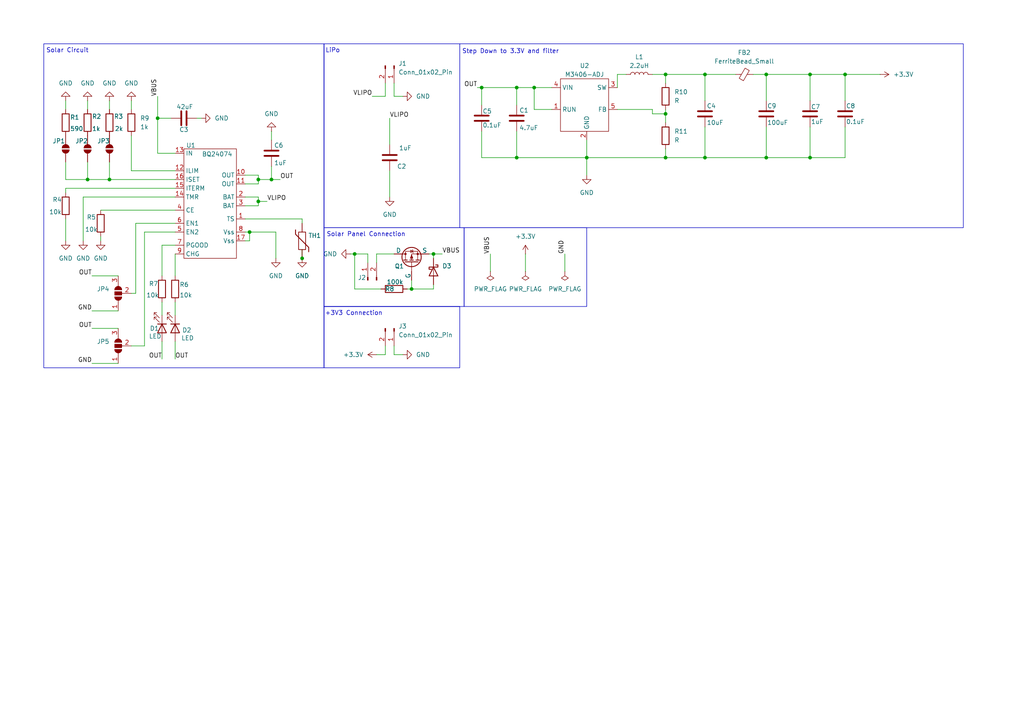
<source format=kicad_sch>
(kicad_sch (version 20231120) (generator "eeschema") (generator_version "8.0")
  (paper "A4")
  (lib_symbols
    (symbol "Connector:Conn_01x02_Pin" (pin_names (offset 1.016) hide)
      (property "Reference" "J" (at 0 2.54 0))
      (property "Value" "Conn_01x02_Pin" (at 0 -5.08 0))
      (symbol "Conn_01x02_Pin_1_1"
        (polyline (pts (xy 1.27 -2.54) (xy 0.8636 -2.54)) (stroke (width 0.1524)))
        (polyline (pts (xy 1.27 0) (xy 0.8636 0)) (stroke (width 0.1524)))
        (rectangle (start 0.8636 -2.413) (end 0 -2.667) (stroke (width 0.1524)) (fill (type outline)))
        (rectangle (start 0.8636 0.127) (end 0 -0.127) (stroke (width 0.1524)) (fill (type outline)))
        (pin passive line (at 5.08 0 180) (length 3.81) (name "Pin_1") (number "1"))
        (pin passive line (at 5.08 -2.54 180) (length 3.81) (name "Pin_2") (number "2"))
      )
    )
    (symbol "Device:C" (pin_numbers hide) (pin_names (offset 0.254))
      (property "Reference" "C" (at 0.635 2.54 0))
      (property "Value" "C" (at 0.635 -2.54 0))
      (symbol "C_0_1"
        (polyline (pts (xy -2.032 -0.762) (xy 2.032 -0.762)) (stroke (width 0.508)))
        (polyline (pts (xy -2.032 0.762) (xy 2.032 0.762)) (stroke (width 0.508)))
      )
      (symbol "C_1_1"
        (pin passive line (at 0 3.81 270) (length 2.794) (name "~") (number "1"))
        (pin passive line (at 0 -3.81 90) (length 2.794) (name "~") (number "2"))
      )
    )
    (symbol "Device:D_Schottky" (pin_numbers hide) (pin_names (offset 1.016) hide)
      (property "Reference" "D" (at 0 2.54 0))
      (property "Value" "D_Schottky" (at 0 -2.54 0))
      (symbol "D_Schottky_0_1"
        (polyline (pts (xy 1.27 0) (xy -1.27 0)))
        (polyline (pts (xy 1.27 1.27) (xy 1.27 -1.27) (xy -1.27 0) (xy 1.27 1.27)) (stroke (width 0.254)))
        (polyline (pts (xy -1.905 0.635) (xy -1.905 1.27) (xy -1.27 1.27) (xy -1.27 -1.27) (xy -0.635 -1.27) (xy -0.635 -0.635)) (stroke (width 0.254)))
      )
      (symbol "D_Schottky_1_1"
        (pin passive line (at -3.81 0 0) (length 2.54) (name "K") (number "1"))
        (pin passive line (at 3.81 0 180) (length 2.54) (name "A") (number "2"))
      )
    )
    (symbol "Device:FerriteBead_Small" (pin_numbers hide) (pin_names (offset 0))
      (property "Reference" "FB" (at 1.905 1.27 0))
      (property "Value" "FerriteBead_Small" (at 1.905 -1.27 0))
      (symbol "FerriteBead_Small_0_1"
        (polyline (pts (xy 0 -1.27) (xy 0 -0.7874)))
        (polyline (pts (xy 0 0.889) (xy 0 1.2954)))
        (polyline (pts (xy -1.8288 0.2794) (xy -1.1176 1.4986) (xy 1.8288 -0.2032) (xy 1.1176 -1.4224) (xy -1.8288 0.2794)))
      )
      (symbol "FerriteBead_Small_1_1"
        (pin passive line (at 0 2.54 270) (length 1.27) (name "~") (number "1"))
        (pin passive line (at 0 -2.54 90) (length 1.27) (name "~") (number "2"))
      )
    )
    (symbol "Device:L" (pin_numbers hide) (pin_names (offset 1.016) hide)
      (property "Reference" "L" (at -1.27 0 90))
      (property "Value" "L" (at 1.905 0 90))
      (symbol "L_0_1"
        (arc (start 0 -2.54) (mid 0.6323 -1.905) (end 0 -1.27))
        (arc (start 0 -1.27) (mid 0.6323 -0.635) (end 0 0))
        (arc (start 0 0) (mid 0.6323 0.635) (end 0 1.27))
        (arc (start 0 1.27) (mid 0.6323 1.905) (end 0 2.54))
      )
      (symbol "L_1_1"
        (pin passive line (at 0 3.81 270) (length 1.27) (name "1") (number "1"))
        (pin passive line (at 0 -3.81 90) (length 1.27) (name "2") (number "2"))
      )
    )
    (symbol "Device:LED" (pin_numbers hide) (pin_names (offset 1.016) hide)
      (property "Reference" "D" (at 0 2.54 0))
      (property "Value" "LED" (at 0 -2.54 0))
      (symbol "LED_0_1"
        (polyline (pts (xy -1.27 -1.27) (xy -1.27 1.27)) (stroke (width 0.254)))
        (polyline (pts (xy -1.27 0) (xy 1.27 0)))
        (polyline (pts (xy 1.27 -1.27) (xy 1.27 1.27) (xy -1.27 0) (xy 1.27 -1.27)) (stroke (width 0.254)))
        (polyline (pts (xy -3.048 -0.762) (xy -4.572 -2.286) (xy -3.81 -2.286) (xy -4.572 -2.286) (xy -4.572 -1.524)))
        (polyline (pts (xy -1.778 -0.762) (xy -3.302 -2.286) (xy -2.54 -2.286) (xy -3.302 -2.286) (xy -3.302 -1.524)))
      )
      (symbol "LED_1_1"
        (pin passive line (at -3.81 0 0) (length 2.54) (name "K") (number "1"))
        (pin passive line (at 3.81 0 180) (length 2.54) (name "A") (number "2"))
      )
    )
    (symbol "Device:R" (pin_numbers hide) (pin_names (offset 0))
      (property "Reference" "R" (at 2.032 0 90))
      (property "Value" "R" (at 0 0 90))
      (symbol "R_0_1"
        (rectangle (start -1.016 -2.54) (end 1.016 2.54) (stroke (width 0.254)))
      )
      (symbol "R_1_1"
        (pin passive line (at 0 3.81 270) (length 1.27) (name "~") (number "1"))
        (pin passive line (at 0 -3.81 90) (length 1.27) (name "~") (number "2"))
      )
    )
    (symbol "Device:Thermistor" (pin_numbers hide) (pin_names (offset 0))
      (property "Reference" "TH" (at 2.54 1.27 90))
      (property "Value" "Thermistor" (at -2.54 0 90))
      (symbol "Thermistor_0_1"
        (rectangle (start -1.016 2.54) (end 1.016 -2.54) (stroke (width 0.2032)))
        (polyline (pts (xy -1.905 3.175) (xy -1.905 1.905) (xy 1.905 -1.905) (xy 1.905 -3.175) (xy 1.905 -3.175)) (stroke (width 0.254)))
      )
      (symbol "Thermistor_1_1"
        (pin passive line (at 0 5.08 270) (length 2.54) (name "~") (number "1"))
        (pin passive line (at 0 -5.08 90) (length 2.54) (name "~") (number "2"))
      )
    )
    (symbol "Jumper:SolderJumper_2_Open" (pin_numbers hide) (pin_names (offset 0) hide) (exclude_from_sim yes) (in_bom no)
      (property "Reference" "JP" (at 0 2.032 0))
      (property "Value" "SolderJumper_2_Open" (at 0 -2.54 0))
      (symbol "SolderJumper_2_Open_0_1"
        (arc (start -0.254 1.016) (mid -1.2656 0) (end -0.254 -1.016))
        (arc (start -0.254 1.016) (mid -1.2656 0) (end -0.254 -1.016) (fill (type outline)))
        (polyline (pts (xy -0.254 1.016) (xy -0.254 -1.016)))
        (polyline (pts (xy 0.254 1.016) (xy 0.254 -1.016)))
        (arc (start 0.254 -1.016) (mid 1.2656 0) (end 0.254 1.016))
        (arc (start 0.254 -1.016) (mid 1.2656 0) (end 0.254 1.016) (fill (type outline)))
      )
      (symbol "SolderJumper_2_Open_1_1"
        (pin passive line (at -3.81 0 0) (length 2.54) (name "A") (number "1"))
        (pin passive line (at 3.81 0 180) (length 2.54) (name "B") (number "2"))
      )
    )
    (symbol "Jumper:SolderJumper_3_Open" (pin_names (offset 0) hide) (exclude_from_sim yes) (in_bom no)
      (property "Reference" "JP" (at -2.54 -2.54 0))
      (property "Value" "SolderJumper_3_Open" (at 0 2.794 0))
      (symbol "SolderJumper_3_Open_0_1"
        (arc (start -1.016 1.016) (mid -2.0276 0) (end -1.016 -1.016))
        (arc (start -1.016 1.016) (mid -2.0276 0) (end -1.016 -1.016) (fill (type outline)))
        (rectangle (start -0.508 1.016) (end 0.508 -1.016) (fill (type outline)))
        (polyline (pts (xy -2.54 0) (xy -2.032 0)))
        (polyline (pts (xy -1.016 1.016) (xy -1.016 -1.016)))
        (polyline (pts (xy 0 -1.27) (xy 0 -1.016)))
        (polyline (pts (xy 1.016 1.016) (xy 1.016 -1.016)))
        (polyline (pts (xy 2.54 0) (xy 2.032 0)))
        (arc (start 1.016 -1.016) (mid 2.0276 0) (end 1.016 1.016))
        (arc (start 1.016 -1.016) (mid 2.0276 0) (end 1.016 1.016) (fill (type outline)))
      )
      (symbol "SolderJumper_3_Open_1_1"
        (pin passive line (at -5.08 0 0) (length 2.54) (name "A") (number "1"))
        (pin passive line (at 0 -3.81 90) (length 2.54) (name "C") (number "2"))
        (pin passive line (at 5.08 0 180) (length 2.54) (name "B") (number "3"))
      )
    )
    (symbol "Simulation_SPICE:PMOS" (pin_numbers hide) (pin_names (offset 0))
      (property "Reference" "Q" (at 5.08 1.27 0))
      (property "Value" "PMOS" (at 5.08 -1.27 0))
      (symbol "PMOS_0_1"
        (polyline (pts (xy 0.254 0) (xy -2.54 0)))
        (polyline (pts (xy 0.254 1.905) (xy 0.254 -1.905)) (stroke (width 0.254)))
        (polyline (pts (xy 0.762 -1.27) (xy 0.762 -2.286)) (stroke (width 0.254)))
        (polyline (pts (xy 0.762 0.508) (xy 0.762 -0.508)) (stroke (width 0.254)))
        (polyline (pts (xy 0.762 2.286) (xy 0.762 1.27)) (stroke (width 0.254)))
        (polyline (pts (xy 2.54 2.54) (xy 2.54 1.778)))
        (polyline (pts (xy 2.54 -2.54) (xy 2.54 0) (xy 0.762 0)))
        (polyline (pts (xy 0.762 1.778) (xy 3.302 1.778) (xy 3.302 -1.778) (xy 0.762 -1.778)))
        (polyline (pts (xy 2.286 0) (xy 1.27 0.381) (xy 1.27 -0.381) (xy 2.286 0)) (fill (type outline)))
        (polyline (pts (xy 2.794 -0.508) (xy 2.921 -0.381) (xy 3.683 -0.381) (xy 3.81 -0.254)))
        (polyline (pts (xy 3.302 -0.381) (xy 2.921 0.254) (xy 3.683 0.254) (xy 3.302 -0.381)))
        (circle (center 1.651 0) (radius 2.794) (stroke (width 0.254)))
        (circle (center 2.54 -1.778) (radius 0.254) (fill (type outline)))
        (circle (center 2.54 1.778) (radius 0.254) (fill (type outline)))
      )
      (symbol "PMOS_1_1"
        (pin passive line (at 2.54 5.08 270) (length 2.54) (name "D") (number "1"))
        (pin input line (at -5.08 0 0) (length 2.54) (name "G") (number "2"))
        (pin passive line (at 2.54 -5.08 90) (length 2.54) (name "S") (number "3"))
      )
    )
    (symbol "components:M3406-ADJ"
      (property "Reference" "U" (at 0 0 0))
      (property "Value" "M3406-ADJ" (at 0 0 0))
      (symbol "M3406-ADJ_0_1"
        (rectangle (start 5.08 -2.54) (end 19.05 -17.78))
      )
      (symbol "M3406-ADJ_1_1"
        (pin input line (at 2.54 -11.43 0) (length 2.54) (name "RUN") (number "1"))
        (pin input line (at 12.7 -20.32 90) (length 2.54) (name "GND") (number "2"))
        (pin input line (at 21.59 -5.08 180) (length 2.54) (name "SW") (number "3"))
        (pin input line (at 2.54 -5.08 0) (length 2.54) (name "VIN") (number "4"))
        (pin input line (at 21.59 -11.43 180) (length 2.54) (name "FB") (number "5"))
      )
    )
    (symbol "components:bq24074"
      (property "Reference" "U" (at 0 0 0))
      (property "Value" "BQ24074" (at 11.43 -4.318 0))
      (symbol "bq24074_0_1"
        (rectangle (start 2.54 -2.54) (end 17.78 -34.29))
      )
      (symbol "bq24074_1_1"
        (pin passive line (at 20.32 -22.86 180) (length 2.54) (name "TS") (number "1"))
        (pin passive line (at 20.32 -10.16 180) (length 2.54) (name "OUT") (number "10"))
        (pin passive line (at 20.32 -12.7 180) (length 2.54) (name "OUT") (number "11"))
        (pin passive line (at 0 -8.89 0) (length 2.54) (name "ILIM") (number "12"))
        (pin passive line (at 0 -3.81 0) (length 2.54) (name "IN") (number "13"))
        (pin passive line (at 0 -16.51 0) (length 2.54) (name "TMR") (number "14"))
        (pin passive line (at 0 -13.97 0) (length 2.54) (name "ITERM") (number "15"))
        (pin passive line (at 0 -11.43 0) (length 2.54) (name "ISET") (number "16"))
        (pin passive line (at 20.32 -29.21 180) (length 2.54) (name "Vss") (number "17"))
        (pin passive line (at 20.32 -16.51 180) (length 2.54) (name "BAT") (number "2"))
        (pin passive line (at 20.32 -19.05 180) (length 2.54) (name "BAT") (number "3"))
        (pin passive line (at 0 -20.32 0) (length 2.54) (name "CE") (number "4"))
        (pin passive line (at 0 -26.67 0) (length 2.54) (name "EN2") (number "5"))
        (pin passive line (at 0 -24.13 0) (length 2.54) (name "EN1") (number "6"))
        (pin passive line (at 0 -30.48 0) (length 2.54) (name "PGOOD") (number "7"))
        (pin passive line (at 20.32 -26.67 180) (length 2.54) (name "Vss") (number "8"))
        (pin passive line (at 0 -33.02 0) (length 2.54) (name "CHG") (number "9"))
      )
    )
    (symbol "power:+3.3V" (power) (pin_numbers hide) (pin_names (offset 0) hide)
      (property "Value" "+3.3V" (at 0 3.556 0))
      (symbol "+3.3V_0_1"
        (polyline (pts (xy -0.762 1.27) (xy 0 2.54)))
        (polyline (pts (xy 0 0) (xy 0 2.54)))
        (polyline (pts (xy 0 2.54) (xy 0.762 1.27)))
      )
      (symbol "+3.3V_1_1"
        (pin power_in line (at 0 0 90) (length 0) (name "~") (number "1"))
      )
    )
    (symbol "power:GND" (power) (pin_numbers hide) (pin_names (offset 0) hide)
      (property "Value" "GND" (at 0 -3.81 0))
      (symbol "GND_0_1"
        (polyline (pts (xy 0 0) (xy 0 -1.27) (xy 1.27 -1.27) (xy 0 -2.54) (xy -1.27 -1.27) (xy 0 -1.27)))
      )
      (symbol "GND_1_1"
        (pin power_in line (at 0 0 270) (length 0) (name "~") (number "1"))
      )
    )
    (symbol "power:PWR_FLAG" (power) (pin_numbers hide) (pin_names (offset 0) hide)
      (property "Value" "PWR_FLAG" (at 0 3.81 0))
      (symbol "PWR_FLAG_0_0"
        (pin power_out line (at 0 0 90) (length 0) (name "~") (number "1"))
      )
      (symbol "PWR_FLAG_0_1"
        (polyline (pts (xy 0 0) (xy 0 1.27) (xy -1.016 1.905) (xy 0 2.54) (xy 1.016 1.905) (xy 0 1.27)))
      )
    )
  )
  (junction (at 245.11 21.59))
  (junction (at 72.39 67.31))
  (junction (at 31.75 52.07))
  (junction (at 149.86 45.72))
  (junction (at 170.18 45.72))
  (junction (at 193.04 45.72))
  (junction (at 74.93 52.07))
  (junction (at 193.04 21.59))
  (junction (at 78.74 52.07))
  (junction (at 234.95 21.59))
  (junction (at 193.04 33.02))
  (junction (at 222.25 45.72))
  (junction (at 125.73 73.66))
  (junction (at 74.93 58.42))
  (junction (at 119.38 83.82))
  (junction (at 154.94 25.4))
  (junction (at 25.4 52.07))
  (junction (at 102.87 73.66))
  (junction (at 45.72 34.29))
  (junction (at 149.86 25.4))
  (junction (at 87.63 74.93))
  (junction (at 204.47 21.59))
  (junction (at 222.25 21.59))
  (junction (at 234.95 45.72))
  (junction (at 204.47 45.72))
  (junction (at 139.7 25.4))
  (wire (pts (xy 245.11 36.83) (xy 245.11 45.72)))
  (wire (pts (xy 114.3 100.33) (xy 114.3 102.87)))
  (wire (pts (xy 57.15 34.29) (xy 58.42 34.29)))
  (wire (pts (xy 111.76 24.13) (xy 111.76 27.94)))
  (wire (pts (xy 218.44 21.59) (xy 222.25 21.59)))
  (wire (pts (xy 24.13 57.15) (xy 50.8 57.15)))
  (wire (pts (xy 170.18 45.72) (xy 193.04 45.72)))
  (wire (pts (xy 45.72 34.29) (xy 45.72 44.45)))
  (wire (pts (xy 50.8 64.77) (xy 39.37 64.77)))
  (wire (pts (xy 111.76 102.87) (xy 109.22 102.87)))
  (wire (pts (xy 245.11 21.59) (xy 255.27 21.59)))
  (wire (pts (xy 50.8 54.61) (xy 19.05 54.61)))
  (wire (pts (xy 45.72 27.94) (xy 45.72 34.29)))
  (wire (pts (xy 74.93 57.15) (xy 71.12 57.15)))
  (wire (pts (xy 72.39 69.85) (xy 72.39 67.31)))
  (wire (pts (xy 245.11 45.72) (xy 234.95 45.72)))
  (wire (pts (xy 119.38 83.82) (xy 118.11 83.82)))
  (wire (pts (xy 74.93 59.69) (xy 71.12 59.69)))
  (wire (pts (xy 19.05 63.5) (xy 19.05 69.85)))
  (wire (pts (xy 74.93 52.07) (xy 74.93 53.34)))
  (wire (pts (xy 38.1 39.37) (xy 38.1 49.53)))
  (wire (pts (xy 31.75 29.21) (xy 31.75 31.75)))
  (wire (pts (xy 80.01 67.31) (xy 80.01 74.93)))
  (wire (pts (xy 114.3 24.13) (xy 114.3 27.94)))
  (wire (pts (xy 74.93 57.15) (xy 74.93 58.42)))
  (wire (pts (xy 170.18 45.72) (xy 170.18 40.64)))
  (wire (pts (xy 31.75 46.99) (xy 31.75 52.07)))
  (wire (pts (xy 139.7 25.4) (xy 149.86 25.4)))
  (wire (pts (xy 119.38 83.82) (xy 125.73 83.82)))
  (wire (pts (xy 193.04 21.59) (xy 204.47 21.59)))
  (wire (pts (xy 102.87 73.66) (xy 101.6 73.66)))
  (wire (pts (xy 102.87 83.82) (xy 102.87 73.66)))
  (wire (pts (xy 106.68 73.66) (xy 102.87 73.66)))
  (wire (pts (xy 113.03 34.29) (xy 113.03 41.91)))
  (wire (pts (xy 179.07 21.59) (xy 181.61 21.59)))
  (wire (pts (xy 39.37 64.77) (xy 39.37 85.09)))
  (wire (pts (xy 71.12 69.85) (xy 72.39 69.85)))
  (wire (pts (xy 46.99 71.12) (xy 46.99 80.01)))
  (wire (pts (xy 26.67 95.25) (xy 34.29 95.25)))
  (wire (pts (xy 41.91 100.33) (xy 41.91 67.31)))
  (wire (pts (xy 125.73 83.82) (xy 125.73 82.55)))
  (wire (pts (xy 19.05 52.07) (xy 25.4 52.07)))
  (wire (pts (xy 119.38 81.28) (xy 119.38 83.82)))
  (wire (pts (xy 245.11 21.59) (xy 245.11 29.21)))
  (wire (pts (xy 204.47 45.72) (xy 193.04 45.72)))
  (wire (pts (xy 74.93 58.42) (xy 74.93 59.69)))
  (wire (pts (xy 29.21 68.58) (xy 29.21 69.85)))
  (wire (pts (xy 193.04 45.72) (xy 193.04 43.18)))
  (wire (pts (xy 234.95 21.59) (xy 234.95 29.21)))
  (wire (pts (xy 19.05 29.21) (xy 19.05 31.75)))
  (wire (pts (xy 160.02 31.75) (xy 154.94 31.75)))
  (wire (pts (xy 71.12 50.8) (xy 74.93 50.8)))
  (wire (pts (xy 78.74 38.1) (xy 78.74 40.64)))
  (wire (pts (xy 113.03 49.53) (xy 113.03 57.15)))
  (wire (pts (xy 107.95 27.94) (xy 111.76 27.94)))
  (wire (pts (xy 179.07 31.75) (xy 189.23 31.75)))
  (wire (pts (xy 114.3 73.66) (xy 109.22 73.66)))
  (wire (pts (xy 179.07 25.4) (xy 179.07 21.59)))
  (wire (pts (xy 26.67 80.01) (xy 34.29 80.01)))
  (wire (pts (xy 111.76 100.33) (xy 111.76 102.87)))
  (wire (pts (xy 45.72 34.29) (xy 49.53 34.29)))
  (wire (pts (xy 74.93 58.42) (xy 77.47 58.42)))
  (wire (pts (xy 170.18 45.72) (xy 170.18 50.8)))
  (wire (pts (xy 87.63 63.5) (xy 87.63 64.77)))
  (wire (pts (xy 189.23 31.75) (xy 189.23 33.02)))
  (wire (pts (xy 149.86 38.1) (xy 149.86 45.72)))
  (wire (pts (xy 50.8 44.45) (xy 45.72 44.45)))
  (wire (pts (xy 19.05 54.61) (xy 19.05 55.88)))
  (wire (pts (xy 50.8 73.66) (xy 50.8 80.01)))
  (wire (pts (xy 50.8 71.12) (xy 46.99 71.12)))
  (wire (pts (xy 41.91 100.33) (xy 38.1 100.33)))
  (wire (pts (xy 109.22 76.2) (xy 109.22 73.66)))
  (wire (pts (xy 41.91 67.31) (xy 50.8 67.31)))
  (wire (pts (xy 149.86 25.4) (xy 154.94 25.4)))
  (wire (pts (xy 139.7 45.72) (xy 149.86 45.72)))
  (wire (pts (xy 222.25 21.59) (xy 234.95 21.59)))
  (wire (pts (xy 31.75 52.07) (xy 50.8 52.07)))
  (wire (pts (xy 26.67 90.17) (xy 34.29 90.17)))
  (wire (pts (xy 154.94 31.75) (xy 154.94 25.4)))
  (wire (pts (xy 50.8 87.63) (xy 50.8 91.44)))
  (wire (pts (xy 154.94 25.4) (xy 160.02 25.4)))
  (wire (pts (xy 78.74 48.26) (xy 78.74 52.07)))
  (wire (pts (xy 204.47 21.59) (xy 204.47 29.21)))
  (wire (pts (xy 204.47 21.59) (xy 213.36 21.59)))
  (wire (pts (xy 204.47 45.72) (xy 222.25 45.72)))
  (wire (pts (xy 124.46 73.66) (xy 125.73 73.66)))
  (wire (pts (xy 25.4 46.99) (xy 25.4 52.07)))
  (wire (pts (xy 234.95 36.83) (xy 234.95 45.72)))
  (wire (pts (xy 222.25 21.59) (xy 222.25 29.21)))
  (wire (pts (xy 125.73 73.66) (xy 128.27 73.66)))
  (wire (pts (xy 139.7 38.1) (xy 139.7 45.72)))
  (wire (pts (xy 25.4 29.21) (xy 25.4 31.75)))
  (wire (pts (xy 138.43 25.4) (xy 139.7 25.4)))
  (wire (pts (xy 46.99 87.63) (xy 46.99 91.44)))
  (wire (pts (xy 39.37 85.09) (xy 38.1 85.09)))
  (wire (pts (xy 38.1 29.21) (xy 38.1 31.75)))
  (wire (pts (xy 29.21 60.96) (xy 50.8 60.96)))
  (wire (pts (xy 116.84 102.87) (xy 114.3 102.87)))
  (wire (pts (xy 71.12 63.5) (xy 87.63 63.5)))
  (wire (pts (xy 193.04 21.59) (xy 193.04 24.13)))
  (wire (pts (xy 163.83 78.74) (xy 163.83 73.66)))
  (wire (pts (xy 204.47 36.83) (xy 204.47 45.72)))
  (wire (pts (xy 50.8 99.06) (xy 50.8 104.14)))
  (wire (pts (xy 25.4 52.07) (xy 31.75 52.07)))
  (wire (pts (xy 222.25 36.83) (xy 222.25 45.72)))
  (wire (pts (xy 71.12 67.31) (xy 72.39 67.31)))
  (wire (pts (xy 116.84 27.94) (xy 114.3 27.94)))
  (wire (pts (xy 74.93 52.07) (xy 78.74 52.07)))
  (wire (pts (xy 110.49 83.82) (xy 102.87 83.82)))
  (wire (pts (xy 193.04 31.75) (xy 193.04 33.02)))
  (wire (pts (xy 87.63 72.39) (xy 87.63 74.93)))
  (wire (pts (xy 78.74 52.07) (xy 81.28 52.07)))
  (wire (pts (xy 106.68 76.2) (xy 106.68 73.66)))
  (wire (pts (xy 125.73 73.66) (xy 125.73 74.93)))
  (wire (pts (xy 149.86 25.4) (xy 149.86 30.48)))
  (wire (pts (xy 234.95 21.59) (xy 245.11 21.59)))
  (wire (pts (xy 142.24 78.74) (xy 142.24 73.66)))
  (wire (pts (xy 24.13 69.85) (xy 24.13 57.15)))
  (wire (pts (xy 234.95 45.72) (xy 222.25 45.72)))
  (wire (pts (xy 46.99 99.06) (xy 46.99 104.14)))
  (wire (pts (xy 149.86 45.72) (xy 170.18 45.72)))
  (wire (pts (xy 193.04 33.02) (xy 193.04 35.56)))
  (wire (pts (xy 189.23 33.02) (xy 193.04 33.02)))
  (wire (pts (xy 72.39 67.31) (xy 80.01 67.31)))
  (wire (pts (xy 50.8 49.53) (xy 38.1 49.53)))
  (wire (pts (xy 26.67 105.41) (xy 34.29 105.41)))
  (wire (pts (xy 74.93 50.8) (xy 74.93 52.07)))
  (wire (pts (xy 19.05 46.99) (xy 19.05 52.07)))
  (wire (pts (xy 189.23 21.59) (xy 193.04 21.59)))
  (wire (pts (xy 139.7 25.4) (xy 139.7 30.48)))
  (wire (pts (xy 74.93 53.34) (xy 71.12 53.34)))
  (wire (pts (xy 152.4 78.74) (xy 152.4 73.66)))
  (rectangle (start 134.62 66.04) (end 170.18 88.9))
  (rectangle (start 93.98 66.04) (end 134.62 88.9))
  (rectangle (start 93.98 88.9) (end 133.35 106.68))
  (rectangle (start 12.7 12.7) (end 93.98 106.68))
  (rectangle (start 133.35 12.7) (end 279.4 66.04))
  (rectangle (start 93.98 12.7) (end 133.35 66.04))
  (text "Solar Circuit" (at 19.558 14.732 0) (effects (font (size 1.27 1.27))))
  (text "LiPo" (at 96.52 14.732 0) (effects (font (size 1.27 1.27))))
  (text "Solar Panel Connection" (at 106.172 68.072 0) (effects (font (size 1.27 1.27))))
  (text "Step Down to 3.3V and filter" (at 148.082 14.986 0) (effects (font (size 1.27 1.27))))
  (text "+3V3 Connection" (at 102.616 90.932 0) (effects (font (size 1.27 1.27))))
  (label "GND" (at 163.83 73.66 90))
  (label "VLIPO" (at 107.95 27.94 180))
  (label "GND" (at 26.67 90.17 180))
  (label "VBUS" (at 45.72 27.94 90))
  (label "OUT" (at 46.99 104.14 180))
  (label "GND" (at 26.67 105.41 180))
  (label "OUT" (at 138.43 25.4 180))
  (label "OUT" (at 26.67 95.25 180))
  (label "VLIPO" (at 77.47 58.42 0))
  (label "VLIPO" (at 113.03 34.29 0))
  (label "OUT" (at 26.67 80.01 180))
  (label "OUT" (at 81.28 52.07 0))
  (label "VBUS" (at 128.27 73.66 0))
  (label "VBUS" (at 142.24 73.66 90))
  (label "OUT" (at 50.8 104.14 0))
  (symbol (lib_id "power:+3.3V") (at 152.4 73.66 0) (unit 1)
    (property "Reference" "#PWR019" (effects (hide yes)))
    (property "Value" "+3.3V" (at 152.4 68.58 0))
    (property "Description" "Power symbol creates a global label with name \"+3.3V\"" (effects (hide yes)))
  )
  (symbol (lib_id "power:GND") (at 19.05 29.21 180) (unit 1)
    (property "Reference" "#PWR02" (effects (hide yes)))
    (property "Value" "GND" (at 19.05 24.13 0))
    (property "Description" "Power symbol creates a global label with name \"GND\" , ground" (effects (hide yes)))
  )
  (symbol (lib_id "power:GND") (at 31.75 29.21 180) (unit 1)
    (property "Reference" "#PWR04" (effects (hide yes)))
    (property "Value" "GND" (at 31.75 24.13 0))
    (property "Description" "Power symbol creates a global label with name \"GND\" , ground" (effects (hide yes)))
  )
  (symbol (lib_id "Device:R") (at 193.04 27.94 0) (unit 1)
    (property "Reference" "R10" (at 195.58 26.6699 0) (effects (justify left)))
    (property "Value" "R" (at 195.58 29.2099 0) (effects (justify left)))
    (property "Footprint" "Resistor_SMD:R_0805_2012Metric_Pad1.20x1.40mm_HandSolder" (effects (hide yes)))
    (property "Description" "Resistor" (effects (hide yes)))
  )
  (symbol (lib_id "Jumper:SolderJumper_3_Open") (at 34.29 100.33 90) (unit 1) (exclude_from_sim yes) (in_bom no)
    (property "Reference" "JP5" (at 31.75 99.0599 90) (effects (justify left)))
    (property "Value" "SolderJumper_3_Open" (effects (hide yes)))
    (property "Footprint" "Jumper:SolderJumper-3_P1.3mm_Open_Pad1.0x1.5mm_NumberLabels" (effects (hide yes)))
    (property "Description" "Solder Jumper, 3-pole, open" (effects (hide yes)))
  )
  (symbol (lib_id "power:GND") (at 19.05 69.85 0) (unit 1)
    (property "Reference" "#PWR05" (effects (hide yes)))
    (property "Value" "GND" (at 19.05 74.93 0))
    (property "Description" "Power symbol creates a global label with name \"GND\" , ground" (effects (hide yes)))
  )
  (symbol (lib_id "Device:C") (at 53.34 34.29 90) (unit 1)
    (property "Reference" "C3" (at 53.34 37.592 90))
    (property "Value" "42uF" (at 53.594 30.988 90))
    (property "Footprint" "Capacitor_SMD:C_0805_2012Metric_Pad1.18x1.45mm_HandSolder" (effects (hide yes)))
    (property "Description" "Unpolarized capacitor" (effects (hide yes)))
  )
  (symbol (lib_id "Device:R") (at 38.1 35.56 0) (unit 1)
    (property "Reference" "R9" (at 40.64 34.2899 0) (effects (justify left)))
    (property "Value" "1k" (at 40.64 36.8299 0) (effects (justify left)))
    (property "Footprint" "Resistor_SMD:R_0805_2012Metric_Pad1.20x1.40mm_HandSolder" (effects (hide yes)))
    (property "Description" "Resistor" (effects (hide yes)))
  )
  (symbol (lib_id "Device:C") (at 149.86 34.29 0) (unit 1)
    (property "Reference" "C1" (at 150.622 32.004 0) (effects (justify left)))
    (property "Value" "4.7uF" (at 150.622 37.084 0) (effects (justify left)))
    (property "Footprint" "Capacitor_SMD:C_0805_2012Metric_Pad1.18x1.45mm_HandSolder" (effects (hide yes)))
    (property "Description" "Unpolarized capacitor" (effects (hide yes)))
  )
  (symbol (lib_id "Device:R") (at 19.05 35.56 0) (unit 1)
    (property "Reference" "R1" (at 20.32 34.036 0) (effects (justify left)))
    (property "Value" "590" (at 20.32 37.338 0) (effects (justify left)))
    (property "Footprint" "Resistor_SMD:R_0805_2012Metric_Pad1.20x1.40mm_HandSolder" (effects (hide yes)))
    (property "Description" "Resistor" (effects (hide yes)))
  )
  (symbol (lib_id "Device:C") (at 245.11 33.02 0) (unit 1)
    (property "Reference" "C8" (at 245.364 30.734 0) (effects (justify left)))
    (property "Value" "0.1uF" (at 245.364 35.306 0) (effects (justify left)))
    (property "Footprint" "Capacitor_SMD:C_0805_2012Metric_Pad1.18x1.45mm_HandSolder" (effects (hide yes)))
    (property "Description" "Unpolarized capacitor" (effects (hide yes)))
  )
  (symbol (lib_id "power:GND") (at 24.13 69.85 0) (unit 1)
    (property "Reference" "#PWR06" (effects (hide yes)))
    (property "Value" "GND" (at 24.13 74.93 0))
    (property "Description" "Power symbol creates a global label with name \"GND\" , ground" (effects (hide yes)))
  )
  (symbol (lib_id "power:GND") (at 170.18 50.8 0) (unit 1)
    (property "Reference" "#PWR013" (effects (hide yes)))
    (property "Value" "GND" (at 170.18 55.88 0))
    (property "Description" "Power symbol creates a global label with name \"GND\" , ground" (effects (hide yes)))
  )
  (symbol (lib_id "power:GND") (at 113.03 57.15 0) (unit 1)
    (property "Reference" "#PWR012" (effects (hide yes)))
    (property "Value" "GND" (at 113.03 62.23 0))
    (property "Description" "Power symbol creates a global label with name \"GND\" , ground" (effects (hide yes)))
  )
  (symbol (lib_id "Device:R") (at 29.21 64.77 0) (unit 1)
    (property "Reference" "R5" (at 25.146 62.992 0) (effects (justify left)))
    (property "Value" "10k" (at 24.638 66.548 0) (effects (justify left)))
    (property "Footprint" "Resistor_SMD:R_0805_2012Metric_Pad1.20x1.40mm_HandSolder" (effects (hide yes)))
    (property "Description" "Resistor" (effects (hide yes)))
  )
  (symbol (lib_id "Connector:Conn_01x02_Pin") (at 114.3 19.05 270) (unit 1)
    (property "Reference" "J1" (at 115.57 18.4149 90) (effects (justify left)))
    (property "Value" "Conn_01x02_Pin" (at 115.57 20.9549 90) (effects (justify left)))
    (property "Footprint" "Connector_JST:JST_PH_B2B-PH-K_1x02_P2.00mm_Vertical" (effects (hide yes)))
    (property "Description" "Generic connector, single row, 01x02, script generated" (effects (hide yes)))
  )
  (symbol (lib_id "Device:C") (at 113.03 45.72 180) (unit 1)
    (property "Reference" "C2" (at 117.856 48.26 0) (effects (justify left)))
    (property "Value" "1uF" (at 119.38 42.926 0) (effects (justify left)))
    (property "Footprint" "Capacitor_SMD:C_0805_2012Metric_Pad1.18x1.45mm_HandSolder" (effects (hide yes)))
    (property "Description" "Unpolarized capacitor" (effects (hide yes)))
  )
  (symbol (lib_id "Device:Thermistor") (at 87.63 69.85 0) (unit 1)
    (property "Reference" "TH1" (at 89.408 68.326 0) (effects (justify left)))
    (property "Value" "Thermistor" (effects (hide yes)))
    (property "Footprint" "Resistor_THT:R_Axial_DIN0204_L3.6mm_D1.6mm_P1.90mm_Vertical" (effects (hide yes)))
    (property "Description" "Temperature dependent resistor" (effects (hide yes)))
  )
  (symbol (lib_id "Device:C") (at 234.95 33.02 0) (unit 1)
    (property "Reference" "C7" (at 235.204 30.988 0) (effects (justify left)))
    (property "Value" "1uF" (at 235.204 35.306 0) (effects (justify left)))
    (property "Footprint" "Capacitor_SMD:C_0805_2012Metric_Pad1.18x1.45mm_HandSolder" (effects (hide yes)))
    (property "Description" "Unpolarized capacitor" (effects (hide yes)))
  )
  (symbol (lib_id "power:GND") (at 101.6 73.66 270) (unit 1)
    (property "Reference" "#PWR011" (effects (hide yes)))
    (property "Value" "GND" (at 97.79 73.6599 90) (effects (justify right)))
    (property "Description" "Power symbol creates a global label with name \"GND\" , ground" (effects (hide yes)))
  )
  (symbol (lib_id "power:GND") (at 38.1 29.21 180) (unit 1)
    (property "Reference" "#PWR01" (effects (hide yes)))
    (property "Value" "GND" (at 38.1 24.13 0))
    (property "Description" "Power symbol creates a global label with name \"GND\" , ground" (effects (hide yes)))
  )
  (symbol (lib_id "Jumper:SolderJumper_2_Open") (at 19.05 43.18 90) (unit 1) (exclude_from_sim yes) (in_bom no)
    (property "Reference" "JP1" (at 15.24 40.894 90) (effects (justify right)))
    (property "Value" "SolderJumper_2_Open" (effects (hide yes)))
    (property "Footprint" "Jumper:SolderJumper-2_P1.3mm_Open_TrianglePad1.0x1.5mm" (effects (hide yes)))
    (property "Description" "Solder Jumper, 2-pole, open" (effects (hide yes)))
  )
  (symbol (lib_id "power:GND") (at 116.84 27.94 90) (unit 1)
    (property "Reference" "#PWR010" (effects (hide yes)))
    (property "Value" "GND" (at 120.65 27.9401 90) (effects (justify right)))
    (property "Description" "Power symbol creates a global label with name \"GND\" , ground" (effects (hide yes)))
  )
  (symbol (lib_id "power:PWR_FLAG") (at 142.24 78.74 180) (unit 1)
    (property "Reference" "#FLG01" (effects (hide yes)))
    (property "Value" "PWR_FLAG" (at 142.24 83.82 0))
    (property "Description" "Special symbol for telling ERC where power comes from" (effects (hide yes)))
  )
  (symbol (lib_id "Device:C") (at 222.25 33.02 0) (unit 1)
    (property "Reference" "C9" (at 222.504 30.734 0) (effects (justify left)))
    (property "Value" "100uF" (at 222.504 35.56 0) (effects (justify left)))
    (property "Footprint" "Capacitor_SMD:C_1206_3216Metric_Pad1.33x1.80mm_HandSolder" (effects (hide yes)))
    (property "Description" "Unpolarized capacitor" (effects (hide yes)))
  )
  (symbol (lib_id "power:GND") (at 25.4 29.21 180) (unit 1)
    (property "Reference" "#PWR03" (effects (hide yes)))
    (property "Value" "GND" (at 25.4 24.13 0))
    (property "Description" "Power symbol creates a global label with name \"GND\" , ground" (effects (hide yes)))
  )
  (symbol (lib_id "Jumper:SolderJumper_2_Open") (at 25.4 43.18 90) (unit 1) (exclude_from_sim yes) (in_bom no)
    (property "Reference" "JP2" (at 21.844 40.894 90) (effects (justify right)))
    (property "Value" "SolderJumper_2_Open" (effects (hide yes)))
    (property "Footprint" "Jumper:SolderJumper-2_P1.3mm_Open_TrianglePad1.0x1.5mm" (effects (hide yes)))
    (property "Description" "Solder Jumper, 2-pole, open" (effects (hide yes)))
  )
  (symbol (lib_id "Device:R") (at 114.3 83.82 90) (unit 1)
    (property "Reference" "R8" (at 113.03 83.82 90))
    (property "Value" "100k" (at 114.554 81.788 90))
    (property "Footprint" "Resistor_SMD:R_0805_2012Metric_Pad1.20x1.40mm_HandSolder" (effects (hide yes)))
    (property "Description" "Resistor" (effects (hide yes)))
  )
  (symbol (lib_id "power:GND") (at 29.21 69.85 0) (unit 1)
    (property "Reference" "#PWR07" (effects (hide yes)))
    (property "Value" "GND" (at 29.21 74.93 0))
    (property "Description" "Power symbol creates a global label with name \"GND\" , ground" (effects (hide yes)))
  )
  (symbol (lib_id "power:+3.3V") (at 109.22 102.87 90) (unit 1)
    (property "Reference" "#PWR018" (effects (hide yes)))
    (property "Value" "+3.3V" (at 105.41 102.8701 90) (effects (justify left)))
    (property "Description" "Power symbol creates a global label with name \"+3.3V\"" (effects (hide yes)))
  )
  (symbol (lib_id "Device:R") (at 50.8 83.82 0) (unit 1)
    (property "Reference" "R6" (at 52.07 82.55 0) (effects (justify left)))
    (property "Value" "10k" (at 52.07 85.598 0) (effects (justify left)))
    (property "Footprint" "Resistor_SMD:R_0805_2012Metric_Pad1.20x1.40mm_HandSolder" (effects (hide yes)))
    (property "Description" "Resistor" (effects (hide yes)))
  )
  (symbol (lib_id "power:GND") (at 116.84 102.87 90) (unit 1)
    (property "Reference" "#PWR017" (effects (hide yes)))
    (property "Value" "GND" (at 120.65 102.8701 90) (effects (justify right)))
    (property "Description" "Power symbol creates a global label with name \"GND\" , ground" (effects (hide yes)))
  )
  (symbol (lib_id "components:M3406-ADJ") (at 157.48 20.32 0) (unit 1)
    (property "Reference" "U2" (at 169.545 19.05 0))
    (property "Value" "M3406-ADJ" (at 169.545 21.59 0))
    (property "Footprint" "Package_TO_SOT_SMD:SOT-23-5_HandSoldering" (effects (hide yes)))
    (property "Datasheet" "https://www.lcsc.com/datasheet/lcsc_datasheet_2304140030_XI-AN-Aerosemi-Tech-M3406-ADJ_C83224.pdf" (effects (hide yes)))
    (property "Description" "1.5MHz, 800mA Synchronous Step-Down Converte" (effects (hide yes)))
  )
  (symbol (lib_id "Connector:Conn_01x02_Pin") (at 114.3 95.25 270) (unit 1)
    (property "Reference" "J3" (at 115.57 94.6149 90) (effects (justify left)))
    (property "Value" "Conn_01x02_Pin" (at 115.57 97.1549 90) (effects (justify left)))
    (property "Footprint" "Connector_JST:JST_PH_B2B-PH-K_1x02_P2.00mm_Vertical" (effects (hide yes)))
    (property "Description" "Generic connector, single row, 01x02, script generated" (effects (hide yes)))
  )
  (symbol (lib_id "Jumper:SolderJumper_3_Open") (at 34.29 85.09 90) (unit 1) (exclude_from_sim yes) (in_bom no)
    (property "Reference" "JP4" (at 31.75 83.8199 90) (effects (justify left)))
    (property "Value" "SolderJumper_3_Open" (effects (hide yes)))
    (property "Footprint" "Jumper:SolderJumper-3_P1.3mm_Open_Pad1.0x1.5mm_NumberLabels" (effects (hide yes)))
    (property "Description" "Solder Jumper, 3-pole, open" (effects (hide yes)))
  )
  (symbol (lib_id "Device:R") (at 46.99 83.82 0) (unit 1)
    (property "Reference" "R7" (at 43.18 82.296 0) (effects (justify left)))
    (property "Value" "10k" (at 42.418 85.598 0) (effects (justify left)))
    (property "Footprint" "Resistor_SMD:R_0805_2012Metric_Pad1.20x1.40mm_HandSolder" (effects (hide yes)))
    (property "Description" "Resistor" (effects (hide yes)))
  )
  (symbol (lib_id "Device:FerriteBead_Small") (at 215.9 21.59 90) (unit 1)
    (property "Reference" "FB2" (at 215.8619 15.24 90))
    (property "Value" "FerriteBead_Small" (at 215.8619 17.78 90))
    (property "Footprint" "Inductor_SMD:L_0805_2012Metric_Pad1.05x1.20mm_HandSolder" (effects (hide yes)))
    (property "Description" "Ferrite bead, small symbol" (effects (hide yes)))
  )
  (symbol (lib_id "Device:R") (at 19.05 59.69 0) (unit 1)
    (property "Reference" "R4" (at 15.24 57.912 0) (effects (justify left)))
    (property "Value" "10k" (at 14.224 61.468 0) (effects (justify left)))
    (property "Footprint" "Resistor_SMD:R_0805_2012Metric_Pad1.20x1.40mm_HandSolder" (effects (hide yes)))
    (property "Description" "Resistor" (effects (hide yes)))
  )
  (symbol (lib_id "power:GND") (at 58.42 34.29 90) (unit 1)
    (property "Reference" "#PWR015" (effects (hide yes)))
    (property "Value" "GND" (at 62.23 34.2899 90) (effects (justify right)))
    (property "Description" "Power symbol creates a global label with name \"GND\" , ground" (effects (hide yes)))
  )
  (symbol (lib_id "power:+3.3V") (at 255.27 21.59 270) (unit 1)
    (property "Reference" "#PWR014" (effects (hide yes)))
    (property "Value" "+3.3V" (at 259.08 21.5899 90) (effects (justify left)))
    (property "Description" "Power symbol creates a global label with name \"+3.3V\"" (effects (hide yes)))
  )
  (symbol (lib_id "Device:D_Schottky") (at 125.73 78.74 270) (unit 1)
    (property "Reference" "D3" (at 128.27 77.1524 90) (effects (justify left)))
    (property "Value" "D_Schottky" (effects (hide yes)))
    (property "Footprint" "Diode_SMD:D_0805_2012Metric" (effects (hide yes)))
    (property "Description" "Schottky diode" (effects (hide yes)))
  )
  (symbol (lib_id "Jumper:SolderJumper_2_Open") (at 31.75 43.18 90) (unit 1) (exclude_from_sim yes) (in_bom no)
    (property "Reference" "JP3" (at 28.194 40.894 90) (effects (justify right)))
    (property "Value" "SolderJumper_2_Open" (effects (hide yes)))
    (property "Footprint" "Jumper:SolderJumper-2_P1.3mm_Open_TrianglePad1.0x1.5mm" (effects (hide yes)))
    (property "Description" "Solder Jumper, 2-pole, open" (effects (hide yes)))
  )
  (symbol (lib_id "power:GND") (at 78.74 38.1 180) (unit 1)
    (property "Reference" "#PWR016" (effects (hide yes)))
    (property "Value" "GND" (at 78.74 33.02 0))
    (property "Description" "Power symbol creates a global label with name \"GND\" , ground" (effects (hide yes)))
  )
  (symbol (lib_id "Device:R") (at 25.4 35.56 0) (unit 1)
    (property "Reference" "R2" (at 26.67 33.782 0) (effects (justify left)))
    (property "Value" "1k" (at 26.67 37.338 0) (effects (justify left)))
    (property "Footprint" "Resistor_SMD:R_0805_2012Metric_Pad1.20x1.40mm_HandSolder" (effects (hide yes)))
    (property "Description" "Resistor" (effects (hide yes)))
  )
  (symbol (lib_id "Device:L") (at 185.42 21.59 90) (unit 1)
    (property "Reference" "L1" (at 185.42 16.51 90))
    (property "Value" "2.2uH" (at 185.42 19.05 90))
    (property "Footprint" "Inductor_SMD:L_0805_2012Metric_Pad1.15x1.40mm_HandSolder" (effects (hide yes)))
    (property "Description" "Inductor" (effects (hide yes)))
  )
  (symbol (lib_id "Device:C") (at 78.74 44.45 0) (unit 1)
    (property "Reference" "C6" (at 79.502 42.164 0) (effects (justify left)))
    (property "Value" "1uF" (at 79.502 47.244 0) (effects (justify left)))
    (property "Footprint" "Capacitor_SMD:C_0805_2012Metric_Pad1.18x1.45mm_HandSolder" (effects (hide yes)))
    (property "Description" "Unpolarized capacitor" (effects (hide yes)))
  )
  (symbol (lib_id "power:GND") (at 80.01 74.93 0) (unit 1)
    (property "Reference" "#PWR08" (effects (hide yes)))
    (property "Value" "GND" (at 80.01 80.01 0))
    (property "Description" "Power symbol creates a global label with name \"GND\" , ground" (effects (hide yes)))
  )
  (symbol (lib_id "Device:R") (at 31.75 35.56 0) (unit 1)
    (property "Reference" "R3" (at 33.02 33.782 0) (effects (justify left)))
    (property "Value" "2k" (at 33.274 37.338 0) (effects (justify left)))
    (property "Footprint" "Resistor_SMD:R_0805_2012Metric_Pad1.20x1.40mm_HandSolder" (effects (hide yes)))
    (property "Description" "Resistor" (effects (hide yes)))
  )
  (symbol (lib_id "power:PWR_FLAG") (at 152.4 78.74 180) (unit 1)
    (property "Reference" "#FLG03" (effects (hide yes)))
    (property "Value" "PWR_FLAG" (at 152.4 83.82 0))
    (property "Description" "Special symbol for telling ERC where power comes from" (effects (hide yes)))
  )
  (symbol (lib_id "power:PWR_FLAG") (at 163.83 78.74 180) (unit 1)
    (property "Reference" "#FLG02" (effects (hide yes)))
    (property "Value" "PWR_FLAG" (at 163.83 83.82 0))
    (property "Description" "Special symbol for telling ERC where power comes from" (effects (hide yes)))
  )
  (symbol (lib_id "Device:R") (at 193.04 39.37 0) (unit 1)
    (property "Reference" "R11" (at 195.58 38.0999 0) (effects (justify left)))
    (property "Value" "R" (at 195.58 40.6399 0) (effects (justify left)))
    (property "Footprint" "Resistor_SMD:R_0805_2012Metric_Pad1.20x1.40mm_HandSolder" (effects (hide yes)))
    (property "Description" "Resistor" (effects (hide yes)))
  )
  (symbol (lib_id "Device:LED") (at 50.8 95.25 270) (unit 1)
    (property "Reference" "D2" (at 52.832 95.758 90) (effects (justify left)))
    (property "Value" "LED" (at 52.578 98.044 90) (effects (justify left)))
    (property "Footprint" "LED_SMD:LED_0805_2012Metric" (effects (hide yes)))
    (property "Description" "Light emitting diode" (effects (hide yes)))
  )
  (symbol (lib_id "Device:C") (at 139.7 34.29 0) (unit 1)
    (property "Reference" "C5" (at 139.954 32.258 0) (effects (justify left)))
    (property "Value" "0.1uF" (at 139.954 36.322 0) (effects (justify left)))
    (property "Footprint" "Capacitor_SMD:C_0805_2012Metric_Pad1.18x1.45mm_HandSolder" (effects (hide yes)))
    (property "Description" "Unpolarized capacitor" (effects (hide yes)))
  )
  (symbol (lib_id "Simulation_SPICE:PMOS") (at 119.38 76.2 90) (unit 1)
    (property "Reference" "Q1" (at 115.824 77.216 90))
    (property "Value" "PMOS" (effects (hide yes)))
    (property "Footprint" "Package_TO_SOT_SMD:TSOT-23_HandSoldering" (effects (hide yes)))
    (property "Datasheet" "https://ngspice.sourceforge.io/docs/ngspice-html-manual/manual.xhtml#cha_MOSFETs" (effects (hide yes)))
    (property "Description" "P-MOSFET transistor, drain/source/gate" (effects (hide yes)))
    (property "Sim.Device" "PMOS" (effects (hide yes)))
    (property "Sim.Type" "VDMOS" (effects (hide yes)))
    (property "Sim.Pins" "1=D 2=G 3=S" (effects (hide yes)))
  )
  (symbol (lib_id "Connector:Conn_01x02_Pin") (at 106.68 81.28 90) (unit 1)
    (property "Reference" "J2" (at 106.172 80.518 90) (effects (justify left)))
    (property "Value" "Conn_01x02_Pin" (effects (hide yes)))
    (property "Footprint" "Connector_JST:JST_PH_B2B-PH-K_1x02_P2.00mm_Vertical" (effects (hide yes)))
    (property "Description" "Generic connector, single row, 01x02, script generated" (effects (hide yes)))
  )
  (symbol (lib_id "components:bq24074") (at 50.8 40.64 0) (unit 1)
    (property "Reference" "U1" (at 55.372 42.164 0))
    (property "Value" "BQ24074" (at 62.992 44.704 0))
    (property "Footprint" "Package_DFN_QFN:VQFN-16-1EP_3x3mm_P0.5mm_EP1.68x1.68mm" (effects (hide yes)))
    (property "Datasheet" "https://www.ti.com/lit/ds/symlink/bq24074.pdf?ts=1711887042415" (effects (hide yes)))
  )
  (symbol (lib_id "Device:C") (at 204.47 33.02 0) (unit 1)
    (property "Reference" "C4" (at 204.978 30.734 0) (effects (justify left)))
    (property "Value" "10uF" (at 204.978 35.56 0) (effects (justify left)))
    (property "Footprint" "Capacitor_SMD:C_0805_2012Metric_Pad1.18x1.45mm_HandSolder" (effects (hide yes)))
    (property "Description" "Unpolarized capacitor" (effects (hide yes)))
  )
  (symbol (lib_id "Device:LED") (at 46.99 95.25 270) (unit 1)
    (property "Reference" "D1" (at 43.434 95.25 90) (effects (justify left)))
    (property "Value" "LED" (at 43.18 97.536 90) (effects (justify left)))
    (property "Footprint" "LED_SMD:LED_0805_2012Metric" (effects (hide yes)))
    (property "Description" "Light emitting diode" (effects (hide yes)))
  )
  (symbol (lib_id "power:GND") (at 87.63 74.93 0) (unit 1)
    (property "Reference" "#PWR09" (effects (hide yes)))
    (property "Value" "GND" (at 87.63 80.01 0))
    (property "Description" "Power symbol creates a global label with name \"GND\" , ground" (effects (hide yes)))
  )
)
</source>
